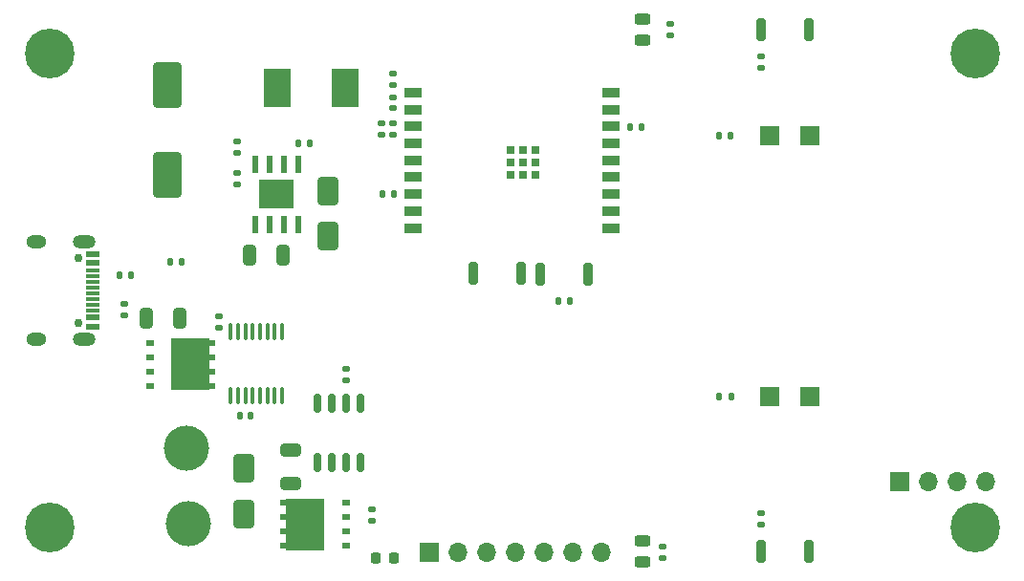
<source format=gbr>
%TF.GenerationSoftware,KiCad,Pcbnew,7.0.7*%
%TF.CreationDate,2024-06-24T12:25:00-07:00*%
%TF.ProjectId,Business Card PCB Hot Plate,42757369-6e65-4737-9320-436172642050,rev?*%
%TF.SameCoordinates,Original*%
%TF.FileFunction,Soldermask,Top*%
%TF.FilePolarity,Negative*%
%FSLAX46Y46*%
G04 Gerber Fmt 4.6, Leading zero omitted, Abs format (unit mm)*
G04 Created by KiCad (PCBNEW 7.0.7) date 2024-06-24 12:25:00*
%MOMM*%
%LPD*%
G01*
G04 APERTURE LIST*
G04 Aperture macros list*
%AMRoundRect*
0 Rectangle with rounded corners*
0 $1 Rounding radius*
0 $2 $3 $4 $5 $6 $7 $8 $9 X,Y pos of 4 corners*
0 Add a 4 corners polygon primitive as box body*
4,1,4,$2,$3,$4,$5,$6,$7,$8,$9,$2,$3,0*
0 Add four circle primitives for the rounded corners*
1,1,$1+$1,$2,$3*
1,1,$1+$1,$4,$5*
1,1,$1+$1,$6,$7*
1,1,$1+$1,$8,$9*
0 Add four rect primitives between the rounded corners*
20,1,$1+$1,$2,$3,$4,$5,0*
20,1,$1+$1,$4,$5,$6,$7,0*
20,1,$1+$1,$6,$7,$8,$9,0*
20,1,$1+$1,$8,$9,$2,$3,0*%
G04 Aperture macros list end*
%ADD10RoundRect,0.250000X-0.650000X0.325000X-0.650000X-0.325000X0.650000X-0.325000X0.650000X0.325000X0*%
%ADD11RoundRect,0.135000X0.185000X-0.135000X0.185000X0.135000X-0.185000X0.135000X-0.185000X-0.135000X0*%
%ADD12RoundRect,0.135000X-0.185000X0.135000X-0.185000X-0.135000X0.185000X-0.135000X0.185000X0.135000X0*%
%ADD13R,1.700000X1.700000*%
%ADD14RoundRect,0.250000X0.650000X-1.000000X0.650000X1.000000X-0.650000X1.000000X-0.650000X-1.000000X0*%
%ADD15O,1.700000X1.700000*%
%ADD16RoundRect,0.150000X-0.150000X0.675000X-0.150000X-0.675000X0.150000X-0.675000X0.150000X0.675000X0*%
%ADD17RoundRect,0.140000X0.170000X-0.140000X0.170000X0.140000X-0.170000X0.140000X-0.170000X-0.140000X0*%
%ADD18RoundRect,0.135000X0.135000X0.185000X-0.135000X0.185000X-0.135000X-0.185000X0.135000X-0.185000X0*%
%ADD19C,0.700000*%
%ADD20C,4.400000*%
%ADD21C,4.000000*%
%ADD22RoundRect,0.250000X0.325000X0.650000X-0.325000X0.650000X-0.325000X-0.650000X0.325000X-0.650000X0*%
%ADD23R,0.650000X0.500000*%
%ADD24R,3.400000X4.600000*%
%ADD25R,0.550000X0.500000*%
%ADD26RoundRect,0.135000X-0.135000X-0.185000X0.135000X-0.185000X0.135000X0.185000X-0.135000X0.185000X0*%
%ADD27R,1.500000X0.900000*%
%ADD28R,0.700000X0.700000*%
%ADD29RoundRect,0.250000X-0.650000X1.000000X-0.650000X-1.000000X0.650000X-1.000000X0.650000X1.000000X0*%
%ADD30RoundRect,0.250000X-1.000000X1.750000X-1.000000X-1.750000X1.000000X-1.750000X1.000000X1.750000X0*%
%ADD31RoundRect,0.218750X0.218750X0.256250X-0.218750X0.256250X-0.218750X-0.256250X0.218750X-0.256250X0*%
%ADD32RoundRect,0.200000X0.200000X0.800000X-0.200000X0.800000X-0.200000X-0.800000X0.200000X-0.800000X0*%
%ADD33RoundRect,0.140000X-0.170000X0.140000X-0.170000X-0.140000X0.170000X-0.140000X0.170000X0.140000X0*%
%ADD34RoundRect,0.200000X-0.200000X-0.800000X0.200000X-0.800000X0.200000X0.800000X-0.200000X0.800000X0*%
%ADD35RoundRect,0.243750X0.456250X-0.243750X0.456250X0.243750X-0.456250X0.243750X-0.456250X-0.243750X0*%
%ADD36RoundRect,0.100000X0.100000X-0.637500X0.100000X0.637500X-0.100000X0.637500X-0.100000X-0.637500X0*%
%ADD37R,2.350000X3.400000*%
%ADD38R,0.600000X1.550000*%
%ADD39R,3.100000X2.600000*%
%ADD40RoundRect,0.140000X-0.140000X-0.170000X0.140000X-0.170000X0.140000X0.170000X-0.140000X0.170000X0*%
%ADD41C,0.750000*%
%ADD42R,1.300000X0.600000*%
%ADD43R,1.300000X0.300000*%
%ADD44O,2.000000X1.200000*%
%ADD45O,1.800000X1.200000*%
G04 APERTURE END LIST*
D10*
%TO.C,C10*%
X60800000Y-72860328D03*
X60800000Y-75810328D03*
%TD*%
D11*
%TO.C,R12*%
X94400000Y-36145328D03*
X94400000Y-35125328D03*
%TD*%
D12*
%TO.C,R6*%
X68900000Y-43925328D03*
X68900000Y-44945328D03*
%TD*%
D13*
%TO.C,J4*%
X103250000Y-45035328D03*
%TD*%
D14*
%TO.C,D1*%
X64110000Y-53935328D03*
X64110000Y-49935328D03*
%TD*%
D13*
%TO.C,J7*%
X106800000Y-68135328D03*
%TD*%
%TO.C,J10*%
X114750000Y-75685328D03*
D15*
X117290000Y-75685328D03*
X119830000Y-75685328D03*
X122370000Y-75685328D03*
%TD*%
D13*
%TO.C,J8*%
X73080000Y-81935328D03*
D15*
X75620000Y-81935328D03*
X78160000Y-81935328D03*
X80700000Y-81935328D03*
X83240000Y-81935328D03*
X85780000Y-81935328D03*
X88320000Y-81935328D03*
%TD*%
D16*
%TO.C,U4*%
X67005000Y-68710328D03*
X65735000Y-68710328D03*
X64465000Y-68710328D03*
X63195000Y-68710328D03*
X63195000Y-73960328D03*
X64465000Y-73960328D03*
X65735000Y-73960328D03*
X67005000Y-73960328D03*
%TD*%
D17*
%TO.C,C6*%
X69900000Y-44915328D03*
X69900000Y-43955328D03*
%TD*%
D18*
%TO.C,R10*%
X99800000Y-45035328D03*
X98780000Y-45035328D03*
%TD*%
%TO.C,R11*%
X99820000Y-68135328D03*
X98800000Y-68135328D03*
%TD*%
D19*
%TO.C,H4*%
X37800000Y-37735328D03*
X38283274Y-36568602D03*
X38283274Y-38902054D03*
X39450000Y-36085328D03*
D20*
X39450000Y-37735328D03*
D19*
X39450000Y-39385328D03*
X40616726Y-36568602D03*
X40616726Y-38902054D03*
X41100000Y-37735328D03*
%TD*%
%TO.C,H2*%
X119800000Y-37735328D03*
X120283274Y-36568602D03*
X120283274Y-38902054D03*
X121450000Y-36085328D03*
D20*
X121450000Y-37735328D03*
D19*
X121450000Y-39385328D03*
X122616726Y-36568602D03*
X122616726Y-38902054D03*
X123100000Y-37735328D03*
%TD*%
D17*
%TO.C,C13*%
X69900000Y-42595328D03*
X69900000Y-41635328D03*
%TD*%
D21*
%TO.C,J3*%
X51800000Y-79435328D03*
%TD*%
D22*
%TO.C,C2*%
X50975000Y-61235328D03*
X48025000Y-61235328D03*
%TD*%
D23*
%TO.C,Q1*%
X48350000Y-63395328D03*
X48350000Y-64665328D03*
X48350000Y-65935328D03*
X48350000Y-67205328D03*
D24*
X51925000Y-65300328D03*
D25*
X53900000Y-63395328D03*
X53900000Y-64665328D03*
X53900000Y-65935328D03*
X53900000Y-67205328D03*
%TD*%
D26*
%TO.C,R16*%
X90900000Y-44235328D03*
X91920000Y-44235328D03*
%TD*%
D18*
%TO.C,R17*%
X70010000Y-50235328D03*
X68990000Y-50235328D03*
%TD*%
D27*
%TO.C,U5*%
X71700000Y-41210328D03*
X71700000Y-42710328D03*
X71700000Y-44210328D03*
X71700000Y-45710328D03*
X71700000Y-47210328D03*
X71700000Y-48710328D03*
X71700000Y-50210328D03*
X71700000Y-51710328D03*
X71700000Y-53210328D03*
X89200000Y-53210328D03*
X89200000Y-51710328D03*
X89200000Y-50210328D03*
X89200000Y-48710328D03*
X89200000Y-47210328D03*
X89200000Y-45710328D03*
X89200000Y-44210328D03*
X89200000Y-42710328D03*
X89200000Y-41210328D03*
D28*
X80310000Y-46310328D03*
X80310000Y-47410328D03*
X80310000Y-48510328D03*
X81360000Y-46310328D03*
X81360000Y-47410328D03*
X81360000Y-48510328D03*
X82510000Y-46310328D03*
X82510000Y-47410328D03*
X82510000Y-48510328D03*
%TD*%
D23*
%TO.C,Q2*%
X65700000Y-81390328D03*
X65700000Y-80120328D03*
X65700000Y-78850328D03*
X65700000Y-77580328D03*
D24*
X62125000Y-79485328D03*
D25*
X60150000Y-81390328D03*
X60150000Y-80120328D03*
X60150000Y-78850328D03*
X60150000Y-77580328D03*
%TD*%
D29*
%TO.C,D3*%
X56700000Y-74535328D03*
X56700000Y-78535328D03*
%TD*%
D30*
%TO.C,C5*%
X49910000Y-40535328D03*
X49910000Y-48535328D03*
%TD*%
D12*
%TO.C,R4*%
X56110000Y-45525328D03*
X56110000Y-46545328D03*
%TD*%
D22*
%TO.C,C3*%
X60175000Y-55635328D03*
X57225000Y-55635328D03*
%TD*%
D12*
%TO.C,R9*%
X68000000Y-78125328D03*
X68000000Y-79145328D03*
%TD*%
D31*
%TO.C,D2*%
X69952500Y-82415328D03*
X68377500Y-82415328D03*
%TD*%
D32*
%TO.C,SW3*%
X106700000Y-35635328D03*
X102500000Y-35635328D03*
%TD*%
D26*
%TO.C,R1*%
X45690000Y-57435328D03*
X46710000Y-57435328D03*
%TD*%
D19*
%TO.C,H3*%
X37800000Y-79735328D03*
X38283274Y-78568602D03*
X38283274Y-80902054D03*
X39450000Y-78085328D03*
D20*
X39450000Y-79735328D03*
D19*
X39450000Y-81385328D03*
X40616726Y-78568602D03*
X40616726Y-80902054D03*
X41100000Y-79735328D03*
%TD*%
D11*
%TO.C,R14*%
X102500000Y-79455328D03*
X102500000Y-78435328D03*
%TD*%
D33*
%TO.C,C12*%
X69900000Y-39555328D03*
X69900000Y-40515328D03*
%TD*%
D34*
%TO.C,SW6*%
X77000000Y-57235328D03*
X81200000Y-57235328D03*
%TD*%
%TO.C,SW5*%
X82950000Y-57335328D03*
X87150000Y-57335328D03*
%TD*%
D35*
%TO.C,D4*%
X92000000Y-36572828D03*
X92000000Y-34697828D03*
%TD*%
D36*
%TO.C,U2*%
X55525000Y-68097828D03*
X56175000Y-68097828D03*
X56825000Y-68097828D03*
X57475000Y-68097828D03*
X58125000Y-68097828D03*
X58775000Y-68097828D03*
X59425000Y-68097828D03*
X60075000Y-68097828D03*
X60075000Y-62372828D03*
X59425000Y-62372828D03*
X58775000Y-62372828D03*
X58125000Y-62372828D03*
X57475000Y-62372828D03*
X56825000Y-62372828D03*
X56175000Y-62372828D03*
X55525000Y-62372828D03*
%TD*%
D35*
%TO.C,D5*%
X92000000Y-82772828D03*
X92000000Y-80897828D03*
%TD*%
D37*
%TO.C,L1*%
X65660000Y-40835328D03*
X59610000Y-40835328D03*
%TD*%
D38*
%TO.C,U3*%
X61505000Y-47535328D03*
X60235000Y-47535328D03*
X58965000Y-47535328D03*
X57695000Y-47535328D03*
X57695000Y-52935328D03*
X58965000Y-52935328D03*
X60235000Y-52935328D03*
X61505000Y-52935328D03*
D39*
X59600000Y-50235328D03*
%TD*%
D26*
%TO.C,R3*%
X50190000Y-56235328D03*
X51210000Y-56235328D03*
%TD*%
D13*
%TO.C,J5*%
X106800000Y-45035328D03*
%TD*%
D40*
%TO.C,C1*%
X56340000Y-69835328D03*
X57300000Y-69835328D03*
%TD*%
D12*
%TO.C,R5*%
X56110000Y-48325328D03*
X56110000Y-49345328D03*
%TD*%
%TO.C,R2*%
X46100000Y-59925328D03*
X46100000Y-60945328D03*
%TD*%
D32*
%TO.C,SW4*%
X106700000Y-81835328D03*
X102500000Y-81835328D03*
%TD*%
D12*
%TO.C,R13*%
X102500000Y-38015328D03*
X102500000Y-39035328D03*
%TD*%
D21*
%TO.C,J2*%
X51600000Y-72735328D03*
%TD*%
D40*
%TO.C,C11*%
X84570000Y-59685328D03*
X85530000Y-59685328D03*
%TD*%
D11*
%TO.C,R8*%
X65765000Y-66670328D03*
X65765000Y-65650328D03*
%TD*%
D17*
%TO.C,C9*%
X54500000Y-62015328D03*
X54500000Y-61055328D03*
%TD*%
D40*
%TO.C,C4*%
X61530000Y-45735328D03*
X62490000Y-45735328D03*
%TD*%
D19*
%TO.C,H1*%
X119800000Y-79735328D03*
X120283274Y-78568602D03*
X120283274Y-80902054D03*
X121450000Y-78085328D03*
D20*
X121450000Y-79735328D03*
D19*
X121450000Y-81385328D03*
X122616726Y-78568602D03*
X122616726Y-80902054D03*
X123100000Y-79735328D03*
%TD*%
D13*
%TO.C,J6*%
X103240000Y-68145328D03*
%TD*%
D41*
%TO.C,J1*%
X42006000Y-55835328D03*
X42006000Y-61635328D03*
D42*
X43274000Y-55535328D03*
X43274000Y-56335328D03*
D43*
X43274000Y-57485328D03*
X43274000Y-58485328D03*
X43274000Y-58985328D03*
X43274000Y-59985328D03*
D42*
X43274000Y-61135328D03*
X43274000Y-61935328D03*
X43274000Y-61935328D03*
X43274000Y-61135328D03*
D43*
X43274000Y-60485328D03*
X43274000Y-59485328D03*
X43274000Y-57985328D03*
X43274000Y-56985328D03*
D42*
X43274000Y-56335328D03*
X43274000Y-55535328D03*
D44*
X42506000Y-54410328D03*
D45*
X38326000Y-54410328D03*
D44*
X42506000Y-63060328D03*
D45*
X38326000Y-63060328D03*
%TD*%
D11*
%TO.C,R15*%
X93800000Y-82445328D03*
X93800000Y-81425328D03*
%TD*%
M02*

</source>
